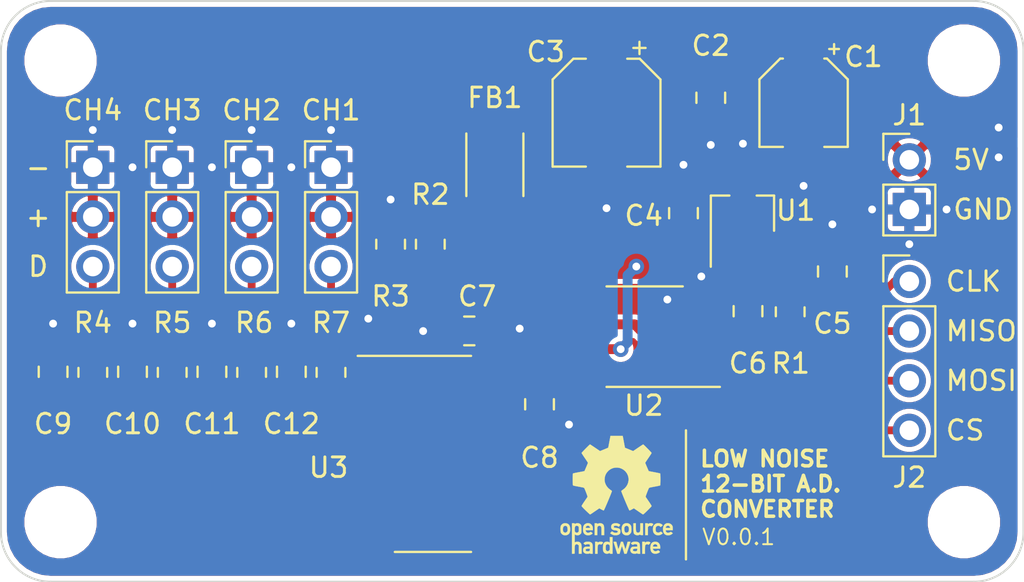
<source format=kicad_pcb>
(kicad_pcb (version 20171130) (host pcbnew "(5.1.9-0-10_14)")
  (title_block (rev 1))
  (layers (0 Front signal) (31 Back signal) (34 B.Paste user) (35 F.Paste user) (36 B.SilkS user) (37 F.SilkS user) (38 B.Mask user) (39 F.Mask user) (44 Edge.Cuts user))
  (net 0 "")
  (net 1 GND)
  (net 2 +5V)
  (net 3 "Net-(C5-Pad1)")
  (net 4 "Net-(C6-Pad2)")
  (net 5 "Net-(C8-Pad2)")
  (net 6 /SPI.CS0)
  (net 7 /SPI.MOSI)
  (net 8 /SPI.MISO)
  (net 9 /SPI.CLK)
  (net 10 "Net-(J3-Pad3)")
  (net 11 "Net-(J4-Pad3)")
  (net 12 "Net-(J5-Pad3)")
  (net 13 "Net-(J6-Pad3)")
  (net 14 V.IN)
  (net 15 CH.4)
  (net 16 CH.3)
  (net 17 CH.2)
  (net 18 CH.1)
  (net 19 CH.0)
  (net 20 "Net-(U3-Pad7)")
  (net 21 "Net-(U3-Pad5)")
  (net 22 "Net-(U3-Pad3)")
  (module Package_TO_SOT_SMD:SOT-23_Handsoldering_MCP (layer Front) (at 118.745 69.2658 90)
    (fp_text reference U1 (at 0 2.6924 180) (layer F.SilkS))
    (fp_text value MCP1541)
    (pad 3 smd roundrect (at 1.6612 -0.0055 90) (size 1.9 0.8) (layers Front F.Paste F.Mask) (net 1 GND))
    (pad 2 smd roundrect (at -1.9388 0.9445 90) (size 1.9 0.8) (layers Front F.Paste F.Mask) (net 3 "Net-(C5-Pad1)"))
    (pad 1 smd roundrect (at -1.9388 -0.9555 90) (size 1.9 0.8) (layers Front F.Paste F.Mask) (net 14 V.IN))
  )
  (module Ferrite_THT:FIL_NFZ32BW210HN11L_HandSolder (layer Front) (at 106.045 66.929 90)
    (fp_text reference FB1 (at 3.429 0 180) (layer F.SilkS))
    (fp_text value "21Ω @ 1MHz")
    (pad 2 smd roundrect (at 1.547 0 90) (size 1.8 2.5) (layers Front F.Paste F.Mask) (roundrect_rratio 0.083) (net 2 +5V))
    (pad 1 smd roundrect (at -1.547 0 90) (size 1.8 2.5) (layers Front F.Paste F.Mask) (roundrect_rratio 0.083) (net 14 V.IN))
  )
  (module Capacitor_SMD:CP_Elec_4x4.5_HandSolder (layer Front) (at 121.8438 63.754 270)
    (fp_text reference C1 (at -2.3495 -3.0607 180) (layer F.SilkS))
    (fp_text value 0.1µF)
    (pad 2 smd roundrect (at 2 0 270) (size 3 1.6) (layers Front F.Paste F.Mask) (net 1 GND))
    (pad 1 smd roundrect (at -2 0 270) (size 3 1.6) (layers Front F.Paste F.Mask) (net 2 +5V))
  )
  (module Capacitor_SMD:CP_Elec_5x5.3_HandSolder (layer Front) (at 111.76 64.262 270)
    (fp_text reference C3 (at -3.1115 3.1115 180) (layer F.SilkS))
    (fp_text value 22µF)
    (pad 2 smd roundrect (at 2.4 0 270) (size 3.4 1.6) (layers Front F.Paste F.Mask) (net 1 GND))
    (pad 1 smd roundrect (at -2.4 0 270) (size 3.4 1.6) (layers Front F.Paste F.Mask) (net 2 +5V))
  )
  (module Package_SO:SOIC-8_MCP_HandSolder (layer Front) (at 113.665 75.946 180)
    (fp_text reference U2 (at 0 -3.302 180) (layer F.SilkS))
    (fp_text value MCP6021)
    (pad 8 smd roundrect (at 2.855 -1.688 180) (size 1.9 0.6) (layers Front F.Paste F.Mask))
    (pad 7 smd roundrect (at 2.855 -0.418 180) (size 1.9 0.6) (layers Front F.Paste F.Mask) (net 14 V.IN))
    (pad 6 smd roundrect (at 2.855 0.852 180) (size 1.9 0.6) (layers Front F.Paste F.Mask) (net 5 "Net-(C8-Pad2)"))
    (pad 5 smd roundrect (at 2.855 2.122 180) (size 1.9 0.6) (layers Front F.Paste F.Mask))
    (pad 4 smd roundrect (at -2.945 2.122 180) (size 1.9 0.6) (layers Front F.Paste F.Mask) (net 1 GND))
    (pad 3 smd roundrect (at -2.945 0.852 180) (size 1.9 0.6) (layers Front F.Paste F.Mask) (net 4 "Net-(C6-Pad2)"))
    (pad 2 smd roundrect (at -2.945 -0.418 180) (size 1.9 0.6) (layers Front F.Paste F.Mask) (net 5 "Net-(C8-Pad2)"))
    (pad 1 smd roundrect (at -2.945 -1.688 180) (size 1.9 0.6) (layers Front F.Paste F.Mask))
  )
  (module Package_SO:SOIC-16_MCP_HandSolder (layer Front) (at 103.251 81.534)
    (fp_text reference U3 (at -5.715 0.889) (layer F.SilkS))
    (fp_text value MCP3208)
    (pad 16 smd roundrect (at 2.5259 -4.2497) (size 1.9 0.6) (layers Front F.Paste F.Mask) (net 14 V.IN))
    (pad 15 smd roundrect (at 2.5259 -2.9797) (size 1.9 0.6) (layers Front F.Paste F.Mask) (net 5 "Net-(C8-Pad2)"))
    (pad 14 smd roundrect (at 2.5259 -1.7097) (size 1.9 0.6) (layers Front F.Paste F.Mask) (net 1 GND))
    (pad 13 smd roundrect (at 2.5259 -0.4397) (size 1.9 0.6) (layers Front F.Paste F.Mask) (net 9 /SPI.CLK))
    (pad 12 smd roundrect (at 2.5259 0.8303) (size 1.9 0.6) (layers Front F.Paste F.Mask) (net 8 /SPI.MISO))
    (pad 11 smd roundrect (at 2.5259 2.1003) (size 1.9 0.6) (layers Front F.Paste F.Mask) (net 7 /SPI.MOSI))
    (pad 10 smd roundrect (at 2.5259 3.3703) (size 1.9 0.6) (layers Front F.Paste F.Mask) (net 6 /SPI.CS0))
    (pad 9 smd roundrect (at 2.5259 4.6403) (size 1.9 0.6) (layers Front F.Paste F.Mask) (net 1 GND))
    (pad 8 smd roundrect (at -3.2741 4.6403) (size 1.9 0.6) (layers Front F.Paste F.Mask) (net 15 CH.4))
    (pad 7 smd roundrect (at -3.2741 3.3703) (size 1.9 0.6) (layers Front F.Paste F.Mask) (net 20 "Net-(U3-Pad7)"))
    (pad 6 smd roundrect (at -3.2741 2.1003) (size 1.9 0.6) (layers Front F.Paste F.Mask) (net 16 CH.3))
    (pad 5 smd roundrect (at -3.2741 0.8303) (size 1.9 0.6) (layers Front F.Paste F.Mask) (net 21 "Net-(U3-Pad5)"))
    (pad 4 smd roundrect (at -3.2741 -0.4397) (size 1.9 0.6) (layers Front F.Paste F.Mask) (net 17 CH.2))
    (pad 3 smd roundrect (at -3.2741 -1.7097) (size 1.9 0.6) (layers Front F.Paste F.Mask) (net 22 "Net-(U3-Pad3)"))
    (pad 2 smd roundrect (at -3.2741 -2.9797) (size 1.9 0.6) (layers Front F.Paste F.Mask) (net 18 CH.1))
    (pad 1 smd roundrect (at -3.2741 -4.2497) (size 1.9 0.6) (layers Front F.Paste F.Mask) (net 19 CH.0))
  )
  (module Symbol:OSHW-Logo_5.7x6mm_SilkScreen (layer Front) (at 112.268 83.816199)
    (fp_text reference REF** hide)
    (fp_text value OSHW-Logo_5.7x6mm_SilkScreen hide)
  )
  (module Capacitor_SMD:C_0805_2012Metric_Pad1.18x1.45mm_HandSolder (layer Front) (at 115.697 69.404596 90)
    (fp_text reference C4 (at -0.127904 -2.032 180) (layer F.SilkS))
    (fp_text value 0.1µF)
    (pad 2 smd roundrect (at 1.0375 0 90) (size 1.175 1.45) (layers Front F.Paste F.Mask) (roundrect_rratio 0.212766) (net 1 GND))
    (pad 1 smd roundrect (at -1.0375 0 90) (size 1.175 1.45) (layers Front F.Paste F.Mask) (roundrect_rratio 0.212766) (net 14 V.IN))
  )
  (module MountingHole:MountingHole_3.2mm_M3_ISO14580 (layer Front) (at 83.82 85.217)
    (fp_text reference H4 hide)
    (fp_text value M3 hide)
    (pad 1 np_thru_hole circle (at 0 0) (size 3.2 3.2) (drill 3.2) (layers *.Cu *.Mask))
  )
  (module MountingHole:MountingHole_3.2mm_M3_ISO14580 (layer Front) (at 130.048 85.217)
    (fp_text reference H3 hide)
    (fp_text value M3 hide)
    (pad 1 np_thru_hole circle (at 0 0) (size 3.2 3.2) (drill 3.2) (layers *.Cu *.Mask))
  )
  (module MountingHole:MountingHole_3.2mm_M3_ISO14580 (layer Front) (at 130.048 61.595)
    (fp_text reference H2 hide)
    (fp_text value M3 hide)
    (pad 1 np_thru_hole circle (at 0 0) (size 3.2 3.2) (drill 3.2) (layers *.Cu *.Mask))
  )
  (module MountingHole:MountingHole_3.2mm_M3_ISO14580 (layer Front) (at 83.82 61.595)
    (fp_text reference H1 hide)
    (fp_text value M3 hide)
    (pad 1 np_thru_hole circle (at 0 0) (size 3.2 3.2) (drill 3.2) (layers *.Cu *.Mask))
  )
  (module Connector_PinHeader_2.54mm:PinHeader_1x03_P2.54mm_Vertical (layer Front) (at 97.663 67.056)
    (fp_text reference J6 hide)
    (fp_text value CH1 (at 0 -2.921) (layer F.SilkS))
    (pad 3 thru_hole oval (at 0 5.08) (size 1.7 1.7) (drill 1) (layers *.Cu *.Mask) (net 13 "Net-(J6-Pad3)"))
    (pad 2 thru_hole oval (at 0 2.54) (size 1.7 1.7) (drill 1) (layers *.Cu *.Mask) (net 14 V.IN))
    (pad 1 thru_hole rect (at 0 0) (size 1.7 1.7) (drill 1) (layers *.Cu *.Mask) (net 1 GND))
  )
  (module Resistor_SMD:R_0805_2012Metric_Pad1.20x1.40mm_HandSolder (layer Front) (at 97.66046 77.55204 270)
    (fp_text reference R7 (at -2.54 0 180) (layer F.SilkS))
    (fp_text value 68kΩ)
    (pad 2 smd roundrect (at 1 0 270) (size 1.2 1.4) (layers Front F.Paste F.Mask) (roundrect_rratio 0.208333) (net 18 CH.1))
    (pad 1 smd roundrect (at -1 0 270) (size 1.2 1.4) (layers Front F.Paste F.Mask) (roundrect_rratio 0.208333) (net 13 "Net-(J6-Pad3)"))
  )
  (module Resistor_SMD:R_0805_2012Metric_Pad1.20x1.40mm_HandSolder (layer Front) (at 93.599 77.55204 270)
    (fp_text reference R6 (at -2.54 -0.127 180) (layer F.SilkS))
    (fp_text value 68kΩ)
    (pad 2 smd roundrect (at 1 0 270) (size 1.2 1.4) (layers Front F.Paste F.Mask) (roundrect_rratio 0.208333) (net 17 CH.2))
    (pad 1 smd roundrect (at -1 0 270) (size 1.2 1.4) (layers Front F.Paste F.Mask) (roundrect_rratio 0.208333) (net 12 "Net-(J5-Pad3)"))
  )
  (module Resistor_SMD:R_0805_2012Metric_Pad1.20x1.40mm_HandSolder (layer Front) (at 89.535 77.55204 270)
    (fp_text reference R5 (at -2.54 0 180) (layer F.SilkS))
    (fp_text value 68kΩ)
    (pad 2 smd roundrect (at 1 0 270) (size 1.2 1.4) (layers Front F.Paste F.Mask) (roundrect_rratio 0.208333) (net 16 CH.3))
    (pad 1 smd roundrect (at -1 0 270) (size 1.2 1.4) (layers Front F.Paste F.Mask) (roundrect_rratio 0.208333) (net 11 "Net-(J4-Pad3)"))
  )
  (module Resistor_SMD:R_0805_2012Metric_Pad1.20x1.40mm_HandSolder (layer Front) (at 85.471 77.55204 270)
    (fp_text reference R4 (at -2.54 0 180) (layer F.SilkS))
    (fp_text value 68kΩ)
    (pad 2 smd roundrect (at 1 0 270) (size 1.2 1.4) (layers Front F.Paste F.Mask) (roundrect_rratio 0.208333) (net 15 CH.4))
    (pad 1 smd roundrect (at -1 0 270) (size 1.2 1.4) (layers Front F.Paste F.Mask) (roundrect_rratio 0.208333) (net 10 "Net-(J3-Pad3)"))
  )
  (module Capacitor_SMD:C_0805_2012Metric_Pad1.18x1.45mm_HandSolder (layer Front) (at 95.631 77.52204 270)
    (fp_text reference C12 (at 2.667 0 180) (layer F.SilkS))
    (fp_text value 47µF)
    (pad 2 smd roundrect (at 1.0375 0 270) (size 1.175 1.45) (layers Front F.Paste F.Mask) (roundrect_rratio 0.212766) (net 18 CH.1))
    (pad 1 smd roundrect (at -1.0375 0 270) (size 1.175 1.45) (layers Front F.Paste F.Mask) (roundrect_rratio 0.212766) (net 1 GND))
  )
  (module Capacitor_SMD:C_0805_2012Metric_Pad1.18x1.45mm_HandSolder (layer Front) (at 91.567 77.52204 270)
    (fp_text reference C11 (at 2.667 0 180) (layer F.SilkS))
    (fp_text value 47µF)
    (pad 2 smd roundrect (at 1.0375 0 270) (size 1.175 1.45) (layers Front F.Paste F.Mask) (roundrect_rratio 0.212766) (net 17 CH.2))
    (pad 1 smd roundrect (at -1.0375 0 270) (size 1.175 1.45) (layers Front F.Paste F.Mask) (roundrect_rratio 0.212766) (net 1 GND))
  )
  (module Capacitor_SMD:C_0805_2012Metric_Pad1.18x1.45mm_HandSolder (layer Front) (at 87.503 77.52204 270)
    (fp_text reference C10 (at 2.667 0 180) (layer F.SilkS))
    (fp_text value 47µF)
    (pad 2 smd roundrect (at 1.0375 0 270) (size 1.175 1.45) (layers Front F.Paste F.Mask) (roundrect_rratio 0.212766) (net 16 CH.3))
    (pad 1 smd roundrect (at -1.0375 0 270) (size 1.175 1.45) (layers Front F.Paste F.Mask) (roundrect_rratio 0.212766) (net 1 GND))
  )
  (module Capacitor_SMD:C_0805_2012Metric_Pad1.18x1.45mm_HandSolder (layer Front) (at 83.439 77.52204 270)
    (fp_text reference C9 (at 2.667 0 180) (layer F.SilkS))
    (fp_text value 47µF)
    (pad 2 smd roundrect (at 1.0375 0 270) (size 1.175 1.45) (layers Front F.Paste F.Mask) (roundrect_rratio 0.212766) (net 15 CH.4))
    (pad 1 smd roundrect (at -1.0375 0 270) (size 1.175 1.45) (layers Front F.Paste F.Mask) (roundrect_rratio 0.212766) (net 1 GND))
  )
  (module Capacitor_SMD:C_0805_2012Metric_Pad1.18x1.45mm_HandSolder (layer Front) (at 104.7369 75.43038)
    (fp_text reference C7 (at 0.40132 -1.77038) (layer F.SilkS))
    (fp_text value 1µF)
    (pad 2 smd roundrect (at 1.0375 0) (size 1.175 1.45) (layers Front F.Paste F.Mask) (roundrect_rratio 0.212766) (net 14 V.IN))
    (pad 1 smd roundrect (at -1.0375 0) (size 1.175 1.45) (layers Front F.Paste F.Mask) (roundrect_rratio 0.212766) (net 1 GND))
  )
  (module Capacitor_SMD:C_0805_2012Metric_Pad1.18x1.45mm_HandSolder (layer Front) (at 108.331 79.1845 90)
    (fp_text reference C8 (at -2.7305 0 180) (layer F.SilkS))
    (fp_text value 1µF)
    (pad 2 smd roundrect (at 1.0375 0 90) (size 1.175 1.45) (layers Front F.Paste F.Mask) (roundrect_rratio 0.212766) (net 5 "Net-(C8-Pad2)"))
    (pad 1 smd roundrect (at -1.0375 0 90) (size 1.175 1.45) (layers Front F.Paste F.Mask) (roundrect_rratio 0.212766) (net 1 GND))
  )
  (module Capacitor_SMD:C_0805_2012Metric_Pad1.18x1.45mm_HandSolder (layer Front) (at 118.999 74.422 270)
    (fp_text reference C6 (at 2.667 0 180) (layer F.SilkS))
    (fp_text value 1µF)
    (pad 2 smd roundrect (at 1.0375 0 270) (size 1.175 1.45) (layers Front F.Paste F.Mask) (roundrect_rratio 0.212766) (net 4 "Net-(C6-Pad2)"))
    (pad 1 smd roundrect (at -1.0375 0 270) (size 1.175 1.45) (layers Front F.Paste F.Mask) (roundrect_rratio 0.212766) (net 1 GND))
  )
  (module Capacitor_SMD:C_0805_2012Metric_Pad1.18x1.45mm_HandSolder (layer Front) (at 123.317 72.39 90)
    (fp_text reference C5 (at -2.667 0 180) (layer F.SilkS))
    (fp_text value 10µF)
    (pad 2 smd roundrect (at 1.0375 0 90) (size 1.175 1.45) (layers Front F.Paste F.Mask) (roundrect_rratio 0.212766) (net 1 GND))
    (pad 1 smd roundrect (at -1.0375 0 90) (size 1.175 1.45) (layers Front F.Paste F.Mask) (roundrect_rratio 0.212766) (net 3 "Net-(C5-Pad1)"))
  )
  (module Resistor_SMD:R_0805_2012Metric_Pad1.20x1.40mm_HandSolder (layer Front) (at 121.158 74.452 90)
    (fp_text reference R1 (at -2.6416 0.0254 180) (layer F.SilkS))
    (fp_text value 10kΩ)
    (pad 2 smd roundrect (at 1 0 90) (size 1.2 1.4) (layers Front F.Paste F.Mask) (roundrect_rratio 0.208333) (net 3 "Net-(C5-Pad1)"))
    (pad 1 smd roundrect (at -1 0 90) (size 1.2 1.4) (layers Front F.Paste F.Mask) (roundrect_rratio 0.208333) (net 4 "Net-(C6-Pad2)"))
  )
  (module Resistor_SMD:R_0805_2012Metric_Pad1.20x1.40mm_HandSolder (layer Front) (at 100.711 70.993 90)
    (fp_text reference R3 (at -2.667 0 180) (layer F.SilkS))
    (fp_text value 1kΩ)
    (pad 2 smd roundrect (at 1 0 90) (size 1.2 1.4) (layers Front F.Paste F.Mask) (roundrect_rratio 0.208333) (net 1 GND))
    (pad 1 smd roundrect (at -1 0 90) (size 1.2 1.4) (layers Front F.Paste F.Mask) (roundrect_rratio 0.208333) (net 19 CH.0))
  )
  (module Resistor_SMD:R_0805_2012Metric_Pad1.20x1.40mm_HandSolder (layer Front) (at 102.743 70.993 270)
    (fp_text reference R2 (at -2.54 0 180) (layer F.SilkS))
    (fp_text value 1kΩ)
    (pad 2 smd roundrect (at 1 0 270) (size 1.2 1.4) (layers Front F.Paste F.Mask) (roundrect_rratio 0.208333) (net 19 CH.0))
    (pad 1 smd roundrect (at -1 0 270) (size 1.2 1.4) (layers Front F.Paste F.Mask) (roundrect_rratio 0.208333) (net 14 V.IN))
  )
  (module Connector_PinHeader_2.54mm:PinHeader_1x03_P2.54mm_Vertical (layer Front) (at 93.599 67.056)
    (fp_text reference J5 hide)
    (fp_text value CH2 (at 0 -2.921) (layer F.SilkS))
    (pad 3 thru_hole oval (at 0 5.08) (size 1.7 1.7) (drill 1) (layers *.Cu *.Mask) (net 12 "Net-(J5-Pad3)"))
    (pad 2 thru_hole oval (at 0 2.54) (size 1.7 1.7) (drill 1) (layers *.Cu *.Mask) (net 14 V.IN))
    (pad 1 thru_hole rect (at 0 0) (size 1.7 1.7) (drill 1) (layers *.Cu *.Mask) (net 1 GND))
  )
  (module Connector_PinHeader_2.54mm:PinHeader_1x03_P2.54mm_Vertical (layer Front) (at 89.535 67.056)
    (fp_text reference J4 hide)
    (fp_text value CH3 (at 0 -2.921) (layer F.SilkS))
    (pad 3 thru_hole oval (at 0 5.08) (size 1.7 1.7) (drill 1) (layers *.Cu *.Mask) (net 11 "Net-(J4-Pad3)"))
    (pad 2 thru_hole oval (at 0 2.54) (size 1.7 1.7) (drill 1) (layers *.Cu *.Mask) (net 14 V.IN))
    (pad 1 thru_hole rect (at 0 0) (size 1.7 1.7) (drill 1) (layers *.Cu *.Mask) (net 1 GND))
  )
  (module Connector_PinHeader_2.54mm:PinHeader_1x03_P2.54mm_Vertical (layer Front) (at 85.471 67.056)
    (fp_text reference J3 hide)
    (fp_text value CH4 (at 0 -2.921) (layer F.SilkS))
    (pad 3 thru_hole oval (at 0 5.08) (size 1.7 1.7) (drill 1) (layers *.Cu *.Mask) (net 10 "Net-(J3-Pad3)"))
    (pad 2 thru_hole oval (at 0 2.54) (size 1.7 1.7) (drill 1) (layers *.Cu *.Mask) (net 14 V.IN))
    (pad 1 thru_hole rect (at 0 0) (size 1.7 1.7) (drill 1) (layers *.Cu *.Mask) (net 1 GND))
  )
  (module Connector_PinHeader_2.54mm:PinHeader_1x02_P2.54mm_Vertical (layer Front) (at 127.254 66.675)
    (fp_text reference J1 (at 0 -2.286) (layer F.SilkS))
    (fp_text value 5V (at 2.159 0) (layer F.SilkS) (effects (justify left)))
    (pad 2 thru_hole rect (at 0 2.54) (size 1.7 1.7) (drill 1) (layers *.Cu *.Mask) (net 1 GND))
    (pad 1 thru_hole circle (at 0 0) (size 1.7 1.7) (drill 1) (layers *.Cu *.Mask) (net 2 +5V))
  )
  (module Connector_PinHeader_2.54mm:PinHeader_1x04_P2.54mm_Vertical (layer Front) (at 127.254 72.898)
    (fp_text reference J2 (at 0 10.033) (layer F.SilkS))
    (fp_text value SPI)
    (pad 4 thru_hole oval (at 0 7.62) (size 1.7 1.7) (drill 1) (layers *.Cu *.Mask) (net 6 /SPI.CS0))
    (pad 3 thru_hole oval (at 0 5.08) (size 1.7 1.7) (drill 1) (layers *.Cu *.Mask) (net 7 /SPI.MOSI))
    (pad 2 thru_hole oval (at 0 2.54) (size 1.7 1.7) (drill 1) (layers *.Cu *.Mask) (net 8 /SPI.MISO))
    (pad 1 thru_hole circle (at 0 0) (size 1.7 1.7) (drill 1) (layers *.Cu *.Mask) (net 9 /SPI.CLK))
  )
  (module Capacitor_SMD:C_0805_2012Metric_Pad1.18x1.45mm_HandSolder (layer Front) (at 117.094 63.5 270)
    (fp_text reference C2 (at -2.667 0 180) (layer F.SilkS))
    (fp_text value 1000pF)
    (pad 2 smd roundrect (at 1.0375 0 270) (size 1.175 1.45) (layers Front F.Paste F.Mask) (roundrect_rratio 0.212766) (net 1 GND))
    (pad 1 smd roundrect (at -1.0375 0 270) (size 1.175 1.45) (layers Front F.Paste F.Mask) (roundrect_rratio 0.212766) (net 2 +5V))
  )
  (gr_text GND (at 129.413 69.215) (layer F.SilkS) (effects (font (size 1 1)) (justify left)))
  (gr_text V0.0.1 (at 116.586 85.979) (layer F.SilkS) (effects (font (size 0.8 0.8) (thickness 0.1)) (justify left)))
  (gr_line (start 115.824 80.518) (end 115.824 87.122) (layer F.SilkS) (width 0.12))
  (gr_text "LOW NOISE\n12-BIT A.D.\nCONVERTER" (at 116.459 83.263) (layer F.SilkS) (effects (font (size 0.8 0.8) (thickness 0.18)) (justify left)))
  (gr_text CS (at 129.032 80.518) (layer F.SilkS) (effects (font (size 1 1)) (justify left)))
  (gr_text MOSI (at 129.032 77.978) (layer F.SilkS) (effects (font (size 1 1)) (justify left)))
  (gr_text MISO (at 129.032 75.438) (layer F.SilkS) (effects (font (size 1 1)) (justify left)))
  (gr_text CLK (at 129.032 72.898) (layer F.SilkS) (effects (font (size 1 1)) (justify left)))
  (gr_text D (at 82.677 72.136) (layer F.SilkS) (effects (font (size 1 1))))
  (gr_text + (at 82.677 69.596) (layer F.SilkS) (effects (font (size 1 1))))
  (gr_text - (at 82.677 67.056) (layer F.SilkS) (effects (font (size 1 1))))
  (gr_arc (start 83.312 61.087) (end 83.312 58.547) (angle -90) (layer Edge.Cuts) (width 0.1))
  (gr_arc (start 130.556 61.087) (end 133.096 61.087) (angle -90) (layer Edge.Cuts) (width 0.1))
  (gr_arc (start 130.556 85.725) (end 130.556 88.265) (angle -90) (layer Edge.Cuts) (width 0.1))
  (gr_arc (start 83.312 85.725) (end 80.772 85.725) (angle -90) (layer Edge.Cuts) (width 0.1))
  (gr_line (start 83.312 58.547) (end 130.556 58.547) (layer Edge.Cuts) (width 0.1))
  (gr_line (start 80.772 85.725) (end 80.772 61.087) (layer Edge.Cuts) (width 0.1))
  (gr_line (start 130.556 88.265) (end 83.312 88.265) (layer Edge.Cuts) (width 0.1))
  (gr_line (start 133.096 61.087) (end 133.096 85.725) (layer Edge.Cuts) (width 0.1))
  (via (at 100.711 68.706998) (size 0.8) (drill 0.4) (layers Front Back) (net 1))
  (segment (start 100.711 69.993) (end 100.711 68.706998) (width 0.504) (layer Front) (net 1))
  (via (at 109.83976 80.222) (size 0.8) (drill 0.4) (layers Front Back) (net 1))
  (segment (start 123.317 71.3525) (end 123.317 70.104) (width 0.504) (layer Front) (net 1))
  (via (at 123.317 69.977) (size 0.8) (drill 0.4) (layers Front Back) (net 1))
  (via (at 125.349 69.215) (size 0.8) (drill 0.4) (layers Front Back) (net 1))
  (via (at 129.159 69.215) (size 0.8) (drill 0.4) (layers Front Back) (net 1))
  (via (at 121.8438 68.0085) (size 0.8) (drill 0.4) (layers Front Back) (net 1))
  (via (at 117.094 65.913) (size 0.8) (drill 0.4) (layers Front Back) (net 1))
  (via (at 89.535 65.151) (size 0.8) (drill 0.4) (layers Front Back) (net 1))
  (via (at 93.599 65.151) (size 0.8) (drill 0.4) (layers Front Back) (net 1))
  (via (at 85.471 65.151) (size 0.8) (drill 0.4) (layers Front Back) (net 1))
  (via (at 111.76 69.1515) (size 0.8) (drill 0.4) (layers Front Back) (net 1))
  (via (at 95.631 75.057) (size 0.8) (drill 0.4) (layers Front Back) (net 1))
  (via (at 91.567 75.057) (size 0.8) (drill 0.4) (layers Front Back) (net 1))
  (via (at 87.503 75.057) (size 0.8) (drill 0.4) (layers Front Back) (net 1))
  (via (at 83.439 75.057) (size 0.8) (drill 0.4) (layers Front Back) (net 1))
  (via (at 97.663 65.151) (size 0.8) (drill 0.4) (layers Front Back) (net 1))
  (segment (start 97.663 65.151) (end 97.663 67.056) (width 0.504) (layer Front) (net 1))
  (segment (start 93.599 65.151) (end 93.599 67.056) (width 0.504) (layer Front) (net 1))
  (segment (start 89.535 65.151) (end 89.535 67.056) (width 0.504) (layer Front) (net 1))
  (segment (start 85.471 65.151) (end 85.471 67.056) (width 0.504) (layer Front) (net 1))
  (segment (start 127.254 69.215) (end 129.159 69.215) (width 0.504) (layer Front) (net 1))
  (segment (start 127.254 69.215) (end 125.349 69.215) (width 0.504) (layer Front) (net 1))
  (segment (start 117.094 64.5375) (end 117.094 65.913) (width 0.504) (layer Front) (net 1))
  (via (at 131.826 66.548) (size 0.8) (drill 0.4) (layers Front Back) (net 1))
  (via (at 131.826 65.024) (size 0.8) (drill 0.4) (layers Front Back) (net 1))
  (via (at 127.254 70.993) (size 0.8) (drill 0.4) (layers Front Back) (net 1))
  (segment (start 127.254 70.993) (end 127.254 69.215) (width 0.504) (layer Front) (net 1))
  (via (at 102.3747 75.438) (size 0.8) (drill 0.4) (layers Front Back) (net 1))
  (segment (start 107.442 80.222) (end 108.289 80.222) (width 0.504) (layer Front) (net 1))
  (segment (start 104.4623 86.1743) (end 105.7769 86.1743) (width 0.504) (layer Front) (net 1))
  (segment (start 103.6994 85.4114) (end 104.4623 86.1743) (width 0.504) (layer Front) (net 1))
  (segment (start 103.6994 75.43038) (end 103.6994 85.4114) (width 0.504) (layer Front) (net 1))
  (segment (start 103.69178 75.438) (end 103.6994 75.43038) (width 0.504) (layer Front) (net 1))
  (segment (start 102.3747 75.438) (end 103.69178 75.438) (width 0.504) (layer Front) (net 1))
  (via (at 99.568 74.803) (size 0.8) (drill 0.4) (layers Front Back) (net 1))
  (via (at 107.315 75.311) (size 0.8) (drill 0.4) (layers Front Back) (net 1))
  (segment (start 117.729 73.824) (end 116.647 73.824) (width 0.504) (layer Front) (net 1))
  (via (at 115.697 66.929) (size 0.8) (drill 0.4) (layers Front Back) (net 1))
  (via (at 114.8715 73.824) (size 0.8) (drill 0.4) (layers Front Back) (net 1))
  (segment (start 118.1685 73.3845) (end 117.729 73.824) (width 0.504) (layer Front) (net 1))
  (segment (start 118.999 73.3845) (end 118.1685 73.3845) (width 0.504) (layer Front) (net 1))
  (segment (start 107.0443 79.8243) (end 107.442 80.222) (width 0.504) (layer Front) (net 1))
  (segment (start 105.7769 79.8243) (end 107.0443 79.8243) (width 0.504) (layer Front) (net 1))
  (segment (start 109.83976 80.222) (end 108.331 80.222) (width 0.504) (layer Front) (net 1))
  (via (at 118.7395 65.8495) (size 0.8) (drill 0.4) (layers Front Back) (net 1))
  (segment (start 118.7395 65.8495) (end 118.7395 67.6046) (width 0.504) (layer Front) (net 1))
  (via (at 116.61 72.644) (size 0.8) (drill 0.4) (layers Front Back) (net 1))
  (segment (start 121.8438 65.754) (end 121.8438 68.0085) (width 0.504) (layer Front) (net 1))
  (segment (start 111.76 66.662) (end 111.76 69.1515) (width 0.504) (layer Front) (net 1))
  (segment (start 116.61 73.824) (end 114.8715 73.824) (width 0.504) (layer Front) (net 1))
  (via (at 95.631 67.056) (size 0.8) (drill 0.4) (layers Front Back) (net 1))
  (via (at 91.567 67.056) (size 0.8) (drill 0.4) (layers Front Back) (net 1))
  (via (at 87.503 67.056) (size 0.8) (drill 0.4) (layers Front Back) (net 1))
  (segment (start 115.697 66.929) (end 115.697 68.367096) (width 0.504) (layer Front) (net 1))
  (segment (start 116.61 72.644) (end 116.61 73.824) (width 0.504) (layer Front) (net 1))
  (segment (start 117.983496 67.6046) (end 117.221 68.367096) (width 0.504) (layer Front) (net 1))
  (segment (start 117.221 68.367096) (end 115.697 68.367096) (width 0.504) (layer Front) (net 1))
  (segment (start 118.7395 67.6046) (end 117.983496 67.6046) (width 0.504) (layer Front) (net 1))
  (segment (start 83.439 75.057) (end 83.439 76.48454) (width 0.504) (layer Front) (net 1))
  (segment (start 87.503 75.057) (end 87.503 76.48454) (width 0.504) (layer Front) (net 1))
  (segment (start 91.567 75.057) (end 91.567 76.48454) (width 0.504) (layer Front) (net 1))
  (segment (start 95.631 75.057) (end 95.631 76.48454) (width 0.504) (layer Front) (net 1))
  (segment (start 121.158 71.755) (end 121.158 73.422) (width 0.504) (layer Front) (net 3))
  (segment (start 120.6076 71.2046) (end 121.158 71.755) (width 0.504) (layer Front) (net 3))
  (segment (start 119.6895 71.2046) (end 120.6076 71.2046) (width 0.504) (layer Front) (net 3))
  (segment (start 121.158 73.452) (end 123.2925 73.452) (width 0.504) (layer Front) (net 3))
  (segment (start 117.729 75.094) (end 116.647 75.094) (width 0.504) (layer Front) (net 4))
  (segment (start 118.0945 75.4595) (end 117.729 75.094) (width 0.504) (layer Front) (net 4))
  (segment (start 118.999 75.4595) (end 118.0945 75.4595) (width 0.504) (layer Front) (net 4))
  (segment (start 121.158 75.4595) (end 118.999 75.4595) (width 0.504) (layer Front) (net 4))
  (segment (start 107.4 78.147) (end 108.331 78.147) (width 0.504) (layer Front) (net 5))
  (segment (start 106.9927 78.5543) (end 107.4 78.147) (width 0.504) (layer Front) (net 5))
  (segment (start 105.7769 78.5543) (end 106.9927 78.5543) (width 0.504) (layer Front) (net 5))
  (segment (start 109.183 75.094) (end 108.331 75.946) (width 0.504) (layer Front) (net 5))
  (segment (start 113.194 75.094) (end 109.183 75.094) (width 0.504) (layer Front) (net 5))
  (segment (start 114.464 76.364) (end 113.194 75.094) (width 0.504) (layer Front) (net 5))
  (segment (start 108.331 75.946) (end 108.331 78.147) (width 0.504) (layer Front) (net 5))
  (segment (start 116.61 76.364) (end 114.464 76.364) (width 0.504) (layer Front) (net 5))
  (segment (start 125.6665 80.518) (end 127.254 80.518) (width 0.4) (layer Front) (net 6))
  (segment (start 107.569 85.471) (end 120.7135 85.471) (width 0.4) (layer Front) (net 6))
  (segment (start 107.0023 84.9043) (end 107.569 85.471) (width 0.4) (layer Front) (net 6))
  (segment (start 120.7135 85.471) (end 125.6665 80.518) (width 0.4) (layer Front) (net 6))
  (segment (start 105.7769 84.9043) (end 107.0023 84.9043) (width 0.4) (layer Front) (net 6))
  (segment (start 125.857 77.978) (end 127.254 77.978) (width 0.4) (layer Front) (net 7))
  (segment (start 107.569 84.201) (end 119.634 84.201) (width 0.4) (layer Front) (net 7))
  (segment (start 107.0023 83.6343) (end 107.569 84.201) (width 0.4) (layer Front) (net 7))
  (segment (start 119.634 84.201) (end 125.857 77.978) (width 0.4) (layer Front) (net 7))
  (segment (start 105.7769 83.6343) (end 107.0023 83.6343) (width 0.4) (layer Front) (net 7))
  (segment (start 126.111 75.438) (end 127.254 75.438) (width 0.4) (layer Front) (net 8))
  (segment (start 118.618 82.931) (end 126.111 75.438) (width 0.4) (layer Front) (net 8))
  (segment (start 107.6178 82.931) (end 118.618 82.931) (width 0.4) (layer Front) (net 8))
  (segment (start 107.0511 82.3643) (end 107.6178 82.931) (width 0.4) (layer Front) (net 8))
  (segment (start 105.7769 82.3643) (end 107.0511 82.3643) (width 0.4) (layer Front) (net 8))
  (segment (start 126.492 72.898) (end 127.254 72.898) (width 0.4) (layer Front) (net 9))
  (segment (start 117.729 81.661) (end 126.492 72.898) (width 0.4) (layer Front) (net 9))
  (segment (start 106.989006 81.0943) (end 107.555706 81.661) (width 0.4) (layer Front) (net 9))
  (segment (start 107.555706 81.661) (end 117.729 81.661) (width 0.4) (layer Front) (net 9))
  (segment (start 105.7769 81.0943) (end 106.989006 81.0943) (width 0.4) (layer Front) (net 9))
  (segment (start 85.471 76.55204) (end 85.471 72.136) (width 0.4) (layer Front) (net 10))
  (segment (start 89.535 76.55204) (end 89.535 72.136) (width 0.4) (layer Front) (net 11))
  (segment (start 93.599 76.55204) (end 93.599 72.136) (width 0.4) (layer Front) (net 12))
  (segment (start 97.663 76.5495) (end 97.663 72.136) (width 0.4) (layer Front) (net 13))
  (segment (start 97.66046 76.55204) (end 97.663 76.5495) (width 0.4) (layer Front) (net 13))
  (segment (start 102.235 73.406) (end 102.743 72.898) (width 0.4) (layer Front) (net 19))
  (segment (start 102.743 72.898) (end 102.743 71.993) (width 0.4) (layer Front) (net 19))
  (segment (start 100.711 72.898) (end 101.219 73.406) (width 0.4) (layer Front) (net 19))
  (segment (start 100.711 71.993) (end 100.711 72.898) (width 0.4) (layer Front) (net 19))
  (via (at 113.284 72.136) (size 0.8) (drill 0.4) (layers Front Back) (net 14))
  (segment (start 105.7744 75.43038) (end 105.7744 77.2818) (width 0.504) (layer Front) (net 14))
  (segment (start 105.7744 75.43038) (end 105.7744 73.5496) (width 0.504) (layer Front) (net 14))
  (segment (start 110.81 76.364) (end 112.4828 76.364) (width 0.504) (layer Front) (net 14))
  (segment (start 112.4828 76.364) (end 112.4839 76.3651) (width 0.504) (layer Front) (net 14))
  (via (at 112.4839 76.3651) (size 0.8) (drill 0.4) (layers Front Back) (net 14))
  (segment (start 112.8395 76.0095) (end 112.4839 76.3651) (width 0.504) (layer Back) (net 14))
  (segment (start 112.8395 72.5805) (end 112.8395 76.0095) (width 0.504) (layer Back) (net 14))
  (segment (start 113.284 72.136) (end 112.8395 72.5805) (width 0.504) (layer Back) (net 14))
  (segment (start 116.543096 70.442096) (end 115.697 70.442096) (width 0.504) (layer Front) (net 14))
  (segment (start 115.697 70.442096) (end 114.088904 70.442096) (width 0.504) (layer Front) (net 14))
  (segment (start 117.348 71.247) (end 116.543096 70.442096) (width 0.504) (layer Front) (net 14))
  (segment (start 117.7471 71.247) (end 117.348 71.247) (width 0.504) (layer Front) (net 14))
  (segment (start 83.4465 78.55204) (end 83.439 78.55954) (width 0.5) (layer Front) (net 15))
  (segment (start 85.471 78.55204) (end 83.4465 78.55204) (width 0.5) (layer Front) (net 15))
  (segment (start 85.471 79.502) (end 85.471 78.55204) (width 0.4) (layer Front) (net 15))
  (segment (start 92.1433 86.1743) (end 85.471 79.502) (width 0.4) (layer Front) (net 15))
  (segment (start 99.9769 86.1743) (end 92.1433 86.1743) (width 0.4) (layer Front) (net 15))
  (segment (start 87.5105 78.55204) (end 87.503 78.55954) (width 0.5) (layer Front) (net 16))
  (segment (start 89.535 78.55204) (end 87.5105 78.55204) (width 0.5) (layer Front) (net 16))
  (segment (start 89.535 79.629) (end 89.535 78.55204) (width 0.4) (layer Front) (net 16))
  (segment (start 93.5403 83.6343) (end 89.535 79.629) (width 0.4) (layer Front) (net 16))
  (segment (start 99.9769 83.6343) (end 93.5403 83.6343) (width 0.4) (layer Front) (net 16))
  (segment (start 91.5745 78.55204) (end 91.567 78.55954) (width 0.5) (layer Front) (net 17))
  (segment (start 93.599 78.55204) (end 91.5745 78.55204) (width 0.5) (layer Front) (net 17))
  (segment (start 93.599 79.629) (end 93.599 78.55204) (width 0.4) (layer Front) (net 17))
  (segment (start 95.0643 81.0943) (end 93.599 79.629) (width 0.4) (layer Front) (net 17))
  (segment (start 99.9769 81.0943) (end 95.0643 81.0943) (width 0.4) (layer Front) (net 17))
  (segment (start 97.66272 78.5543) (end 97.66046 78.55204) (width 0.5) (layer Front) (net 18))
  (segment (start 99.9769 78.5543) (end 97.66272 78.5543) (width 0.4) (layer Front) (net 18))
  (segment (start 95.6385 78.55204) (end 95.631 78.55954) (width 0.5) (layer Front) (net 18))
  (segment (start 97.66046 78.55204) (end 95.6385 78.55204) (width 0.5) (layer Front) (net 18))
  (segment (start 99.9769 76.0451) (end 101.727 74.295) (width 0.4) (layer Front) (net 19))
  (segment (start 99.9769 77.2843) (end 99.9769 76.0451) (width 0.4) (layer Front) (net 19))
  (segment (start 101.727 74.295) (end 101.727 73.406) (width 0.4) (layer Front) (net 19))
  (segment (start 101.219 73.406) (end 102.235 73.406) (width 0.4) (layer Front) (net 19))
  (zone (net 14) (net_name V.IN) (layer Front) (connect_pads (clearance 0.254)) (min_thickness 0.254) (fill yes (arc_segments 32) (thermal_gap 0.254) (thermal_bridge_width 0.508))
    (polygon (pts (xy 114.554 72.771) (xy 109.22 72.771) (xy 109.22 74.295) (xy 104.013 74.295) (xy 104.013 70.993) (xy 83.566 70.993) (xy 83.566 68.199) (xy 99.568 68.199) (xy 99.568 67.056) (xy 109.093 67.056) (xy 109.093 69.977) (xy 114.554 69.977)))
  )
  (zone (net 2) (net_name +5V) (layer Front) (connect_pads (clearance 0.254)) (min_thickness 0.254) (fill yes (arc_segments 32) (thermal_gap 0.254) (thermal_bridge_width 0.508))
    (polygon (pts (xy 127 64.77) (xy 129.159 64.77) (xy 129.159 68.072) (xy 124.714 68.072) (xy 124.714 63.373) (xy 118.745 63.373) (xy 115.062 63.373) (xy 115.062 64.1985) (xy 109.093 64.1985) (xy 109.093 66.802) (xy 103.505 66.802) (xy 103.505 59.6265) (xy 127 59.6265)))
  )
  (zone (net 1) (net_name GND) (layer Back) (connect_pads (clearance 0.254)) (min_thickness 0.254) (fill yes (arc_segments 32) (thermal_gap 0.254) (thermal_bridge_width 0.508))
    (polygon (pts (xy 133.096 68.834) (xy 133.096 88.265) (xy 80.772 88.265) (xy 80.772 58.547) (xy 133.096 58.547)))
  )
  (zone (net 1) (net_name GND) (layer Front) (connect_pads (clearance 0.254)) (min_thickness 0.254) (fill yes (arc_segments 32) (thermal_gap 0.254) (thermal_bridge_width 0.508))
    (polygon (pts (xy 133.096 65.659) (xy 129.413 65.659) (xy 129.413 64.516) (xy 127.254 64.516) (xy 127.254 59.3725) (xy 103.251 59.3725) (xy 103.251 66.802) (xy 99.314 66.802) (xy 99.314 67.945) (xy 83.312 67.945) (xy 83.312 71.247) (xy 103.759 71.247) (xy 103.759 74.549) (xy 109.474 74.549) (xy 109.474 73.025) (xy 114.808 73.025) (xy 114.808 69.723) (xy 109.347 69.723) (xy 109.347 64.4525) (xy 115.316 64.4525) (xy 115.316 63.627) (xy 118.491 63.627) (xy 124.46 63.627) (xy 124.46 68.326) (xy 129.413 68.326) (xy 129.413 65.913) (xy 133.096 65.913) (xy 133.096 88.265) (xy 80.772 88.265) (xy 80.772 58.547) (xy 133.096 58.547)))
  )
  (zone (net 0) (net_name "") (layer Front) (connect_pads (clearance 0.254)) (min_thickness 0.254)
    (keepout (tracks allowed) (vias allowed) (copperpour not_allowed))
    (fill (arc_segments 32) (thermal_gap 0.508) (thermal_bridge_width 0.508))
    (polygon (pts (xy 107.061 86.995) (xy 98.679 86.995) (xy 98.679 76.454) (xy 107.061 76.454)))
  )
)
</source>
